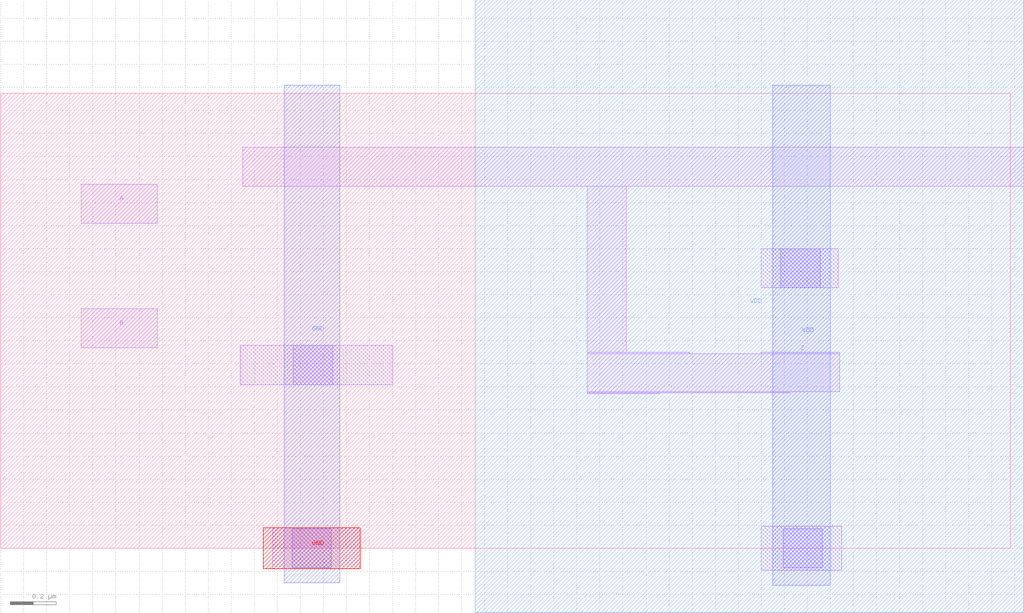
<source format=lef>
# Copyright 2020 The SkyWater PDK Authors
#
# Licensed under the Apache License, Version 2.0 (the "License");
# you may not use this file except in compliance with the License.
# You may obtain a copy of the License at
#
#     https://www.apache.org/licenses/LICENSE-2.0
#
# Unless required by applicable law or agreed to in writing, software
# distributed under the License is distributed on an "AS IS" BASIS,
# WITHOUT WARRANTIES OR CONDITIONS OF ANY KIND, either express or implied.
# See the License for the specific language governing permissions and
# limitations under the License.
#
# SPDX-License-Identifier: Apache-2.0

VERSION 5.7 ;
  NOWIREEXTENSIONATPIN ON ;
  DIVIDERCHAR "/" ;
  BUSBITCHARS "[]" ;
MACRO sky130_fd_bd_sram__openram_dp_nand2_dec
  CLASS BLOCK ;
  FOREIGN sky130_fd_bd_sram__openram_dp_nand2_dec ;
  ORIGIN  0.000000  0.000000 ;
  SIZE  4.380000 BY  1.975000 ;
  PIN A
    ANTENNAGATEAREA  0.279000 ;
    PORT
      LAYER li1 ;
        RECT 0.350000 1.410000 0.680000 1.580000 ;
    END
  END A
  PIN B
    ANTENNAGATEAREA  0.279000 ;
    PORT
      LAYER li1 ;
        RECT 0.350000 0.870000 0.680000 1.040000 ;
    END
  END B
  PIN GND
    ANTENNADIFFAREA  0.393800 ;
    PORT
      LAYER met1 ;
        RECT 1.230000 -0.150000 1.470000 2.010000 ;
      LAYER pwell ;
        RECT 1.140000 -0.090000 1.560000 0.090000 ;
    END
  END GND
  PIN VDD
    ANTENNADIFFAREA  0.415800 ;
    PORT
      LAYER met1 ;
        RECT 3.350000 -0.160000 3.600000 2.010000 ;
      LAYER nwell ;
        RECT 2.060000 -0.280000 4.440000 2.380000 ;
    END
  END VDD
  PIN Z
    ANTENNADIFFAREA  0.826800 ;
    PORT
      LAYER li1 ;
        RECT 1.050000 1.570000 4.440000 1.740000 ;
        RECT 2.545000 0.670000 2.860000 0.675000 ;
        RECT 2.545000 0.675000 3.425000 0.680000 ;
        RECT 2.545000 0.680000 3.640000 0.845000 ;
        RECT 2.545000 0.845000 2.990000 0.850000 ;
        RECT 2.545000 0.850000 2.715000 1.570000 ;
        RECT 3.300000 0.845000 3.640000 0.850000 ;
    END
  END Z
  OBS
    LAYER li1 ;
      RECT 1.040000  0.710000 1.700000 0.880000 ;
      RECT 1.180000 -0.090000 1.560000 0.090000 ;
      RECT 3.300000 -0.095000 3.650000 0.095000 ;
      RECT 3.300000  1.130000 3.635000 1.300000 ;
    LAYER mcon ;
      RECT 1.265000 -0.085000 1.435000 0.085000 ;
      RECT 1.270000  0.710000 1.440000 0.880000 ;
      RECT 3.385000  1.130000 3.555000 1.300000 ;
      RECT 3.395000 -0.085000 3.565000 0.085000 ;
  END
END sky130_fd_bd_sram__openram_dp_nand2_dec
END LIBRARY

</source>
